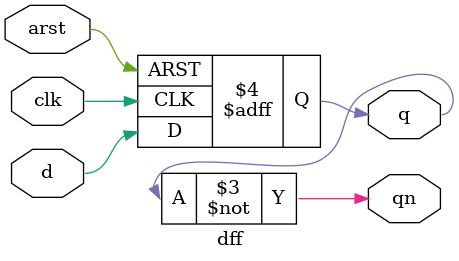
<source format=v>
/*
 * Simple D FF
 */

module dff(
    input clk,
    input arst,
    input d,
    output reg q,
    output qn
);

    always @(posedge clk or posedge arst) begin
        if (arst == 1'b1) begin
            q <= 1'b1;
        end else begin
            q <= d;
        end
    end
    assign qn = ~q;

endmodule
</source>
